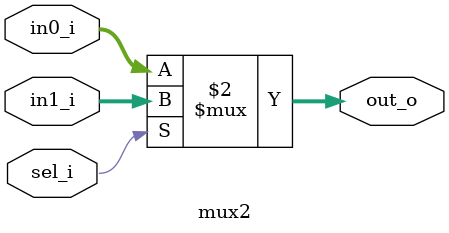
<source format=sv>
`timescale 1ns / 1ps

module mux2(
    input logic sel_i,
    input logic [31:0] in0_i, in1_i,
    output logic [31:0] out_o
    );
    
    always_comb begin
        out_o = sel_i ? in1_i : in0_i;
    end
endmodule
</source>
